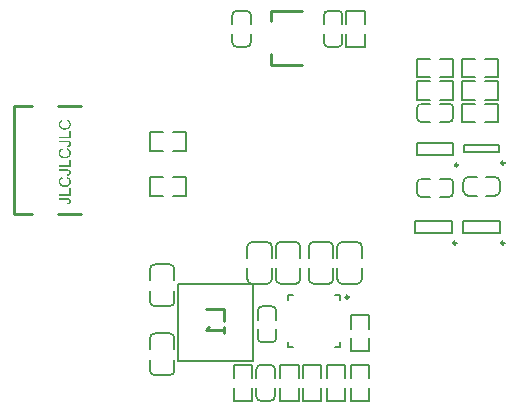
<source format=gbr>
G04 Layer_Color=32896*
%FSLAX25Y25*%
%MOIN*%
%TF.FileFunction,Legend,Bot*%
%TF.Part,Single*%
G01*
G75*
%ADD11C,0.01000*%
%ADD30C,0.00787*%
%ADD38C,0.00984*%
G36*
X317810Y388185D02*
X317845Y388175D01*
X317890Y388165D01*
X317940Y388145D01*
X318000Y388120D01*
X318065Y388095D01*
X318140Y388060D01*
X318215Y388025D01*
X318295Y387980D01*
X318370Y387935D01*
X318450Y387880D01*
X318530Y387825D01*
X318605Y387760D01*
X318675Y387690D01*
X318740Y387615D01*
X318745Y387610D01*
X318755Y387595D01*
X318770Y387575D01*
X318790Y387540D01*
X318815Y387500D01*
X318845Y387450D01*
X318870Y387395D01*
X318900Y387335D01*
X318935Y387260D01*
X318960Y387185D01*
X318990Y387100D01*
X319015Y387010D01*
X319035Y386915D01*
X319050Y386815D01*
X319060Y386710D01*
X319065Y386600D01*
Y386595D01*
Y386575D01*
Y386540D01*
X319060Y386495D01*
X319055Y386445D01*
X319050Y386380D01*
X319045Y386315D01*
X319035Y386240D01*
X319005Y386080D01*
X318960Y385910D01*
X318930Y385825D01*
X318895Y385740D01*
X318860Y385660D01*
X318815Y385585D01*
X318810Y385580D01*
X318805Y385570D01*
X318790Y385550D01*
X318765Y385520D01*
X318740Y385490D01*
X318710Y385450D01*
X318670Y385410D01*
X318625Y385365D01*
X318580Y385315D01*
X318525Y385270D01*
X318465Y385220D01*
X318395Y385170D01*
X318325Y385120D01*
X318250Y385075D01*
X318165Y385030D01*
X318080Y384990D01*
X318075D01*
X318060Y384980D01*
X318030Y384970D01*
X317995Y384960D01*
X317950Y384945D01*
X317900Y384925D01*
X317840Y384910D01*
X317770Y384890D01*
X317695Y384870D01*
X317615Y384855D01*
X317530Y384835D01*
X317445Y384820D01*
X317250Y384800D01*
X317050Y384790D01*
X316990D01*
X316950Y384795D01*
X316895D01*
X316835Y384800D01*
X316770Y384810D01*
X316695Y384820D01*
X316615Y384830D01*
X316530Y384845D01*
X316355Y384885D01*
X316180Y384940D01*
X316090Y384975D01*
X316005Y385015D01*
X316000Y385020D01*
X315985Y385025D01*
X315960Y385040D01*
X315930Y385060D01*
X315895Y385080D01*
X315850Y385110D01*
X315805Y385145D01*
X315750Y385185D01*
X315640Y385275D01*
X315530Y385390D01*
X315420Y385520D01*
X315370Y385595D01*
X315325Y385670D01*
X315320Y385675D01*
X315315Y385690D01*
X315305Y385715D01*
X315290Y385745D01*
X315270Y385785D01*
X315250Y385830D01*
X315230Y385885D01*
X315205Y385945D01*
X315185Y386015D01*
X315165Y386085D01*
X315125Y386245D01*
X315100Y386420D01*
X315090Y386510D01*
Y386605D01*
Y386610D01*
Y386630D01*
Y386660D01*
X315095Y386700D01*
X315100Y386750D01*
X315105Y386810D01*
X315115Y386875D01*
X315125Y386945D01*
X315160Y387095D01*
X315185Y387175D01*
X315215Y387260D01*
X315250Y387340D01*
X315285Y387420D01*
X315335Y387500D01*
X315385Y387575D01*
X315390Y387580D01*
X315400Y387590D01*
X315415Y387615D01*
X315440Y387640D01*
X315470Y387670D01*
X315505Y387710D01*
X315550Y387750D01*
X315600Y387795D01*
X315655Y387840D01*
X315715Y387885D01*
X315785Y387930D01*
X315855Y387975D01*
X315935Y388020D01*
X316020Y388060D01*
X316115Y388100D01*
X316210Y388130D01*
X316330Y387630D01*
X316325D01*
X316310Y387625D01*
X316290Y387615D01*
X316260Y387605D01*
X316225Y387590D01*
X316185Y387575D01*
X316095Y387530D01*
X315995Y387475D01*
X315895Y387410D01*
X315800Y387330D01*
X315760Y387285D01*
X315720Y387240D01*
Y387235D01*
X315710Y387230D01*
X315700Y387215D01*
X315690Y387195D01*
X315675Y387170D01*
X315660Y387140D01*
X315620Y387065D01*
X315585Y386970D01*
X315555Y386860D01*
X315535Y386735D01*
X315525Y386595D01*
Y386590D01*
Y386575D01*
Y386550D01*
X315530Y386520D01*
Y386485D01*
X315535Y386440D01*
X315545Y386390D01*
X315550Y386335D01*
X315575Y386220D01*
X315615Y386095D01*
X315670Y385970D01*
X315700Y385910D01*
X315740Y385850D01*
Y385845D01*
X315750Y385835D01*
X315760Y385820D01*
X315780Y385800D01*
X315825Y385750D01*
X315890Y385690D01*
X315970Y385620D01*
X316070Y385550D01*
X316180Y385485D01*
X316310Y385435D01*
X316315D01*
X316325Y385430D01*
X316345Y385425D01*
X316370Y385415D01*
X316405Y385405D01*
X316445Y385395D01*
X316490Y385385D01*
X316535Y385375D01*
X316650Y385355D01*
X316775Y385335D01*
X316910Y385320D01*
X317050Y385315D01*
X317130D01*
X317175Y385320D01*
X317225Y385325D01*
X317280D01*
X317340Y385335D01*
X317475Y385350D01*
X317615Y385375D01*
X317765Y385410D01*
X317905Y385455D01*
X317910D01*
X317920Y385460D01*
X317940Y385470D01*
X317965Y385485D01*
X317995Y385500D01*
X318030Y385515D01*
X318110Y385565D01*
X318200Y385630D01*
X318290Y385705D01*
X318375Y385795D01*
X318450Y385900D01*
Y385905D01*
X318460Y385915D01*
X318465Y385930D01*
X318480Y385955D01*
X318490Y385980D01*
X318505Y386015D01*
X318540Y386095D01*
X318575Y386195D01*
X318600Y386305D01*
X318620Y386425D01*
X318630Y386555D01*
Y386560D01*
Y386575D01*
Y386595D01*
X318625Y386625D01*
X318620Y386665D01*
X318615Y386705D01*
X318610Y386755D01*
X318600Y386805D01*
X318570Y386920D01*
X318525Y387040D01*
X318500Y387105D01*
X318465Y387165D01*
X318430Y387225D01*
X318385Y387280D01*
X318380Y387285D01*
X318375Y387295D01*
X318360Y387310D01*
X318340Y387330D01*
X318315Y387350D01*
X318280Y387380D01*
X318245Y387410D01*
X318200Y387440D01*
X318155Y387475D01*
X318100Y387510D01*
X318040Y387540D01*
X317975Y387575D01*
X317900Y387605D01*
X317825Y387635D01*
X317745Y387660D01*
X317655Y387685D01*
X317785Y388195D01*
X317790D01*
X317810Y388185D01*
D02*
G37*
G36*
X317895Y390670D02*
X317940D01*
X317995Y390665D01*
X318050Y390660D01*
X318170Y390645D01*
X318295Y390625D01*
X318415Y390595D01*
X318475Y390575D01*
X318525Y390555D01*
X318530D01*
X318535Y390550D01*
X318550Y390545D01*
X318570Y390535D01*
X318615Y390505D01*
X318675Y390465D01*
X318740Y390415D01*
X318805Y390350D01*
X318870Y390275D01*
X318930Y390185D01*
Y390180D01*
X318935Y390175D01*
X318940Y390160D01*
X318950Y390140D01*
X318975Y390090D01*
X318995Y390015D01*
X319020Y389930D01*
X319045Y389830D01*
X319060Y389715D01*
X319065Y389590D01*
Y389585D01*
Y389570D01*
Y389540D01*
X319060Y389505D01*
X319055Y389465D01*
X319050Y389415D01*
X319040Y389360D01*
X319030Y389305D01*
X318995Y389180D01*
X318970Y389115D01*
X318940Y389050D01*
X318910Y388985D01*
X318870Y388925D01*
X318825Y388870D01*
X318775Y388815D01*
X318770Y388810D01*
X318760Y388805D01*
X318745Y388790D01*
X318720Y388775D01*
X318690Y388755D01*
X318655Y388730D01*
X318610Y388705D01*
X318560Y388680D01*
X318500Y388660D01*
X318435Y388635D01*
X318365Y388615D01*
X318290Y388595D01*
X318205Y388580D01*
X318115Y388565D01*
X318020Y388560D01*
X317915D01*
X317850Y389020D01*
X317890D01*
X317920Y389025D01*
X317955Y389030D01*
X317995Y389035D01*
X318090Y389045D01*
X318190Y389065D01*
X318290Y389095D01*
X318380Y389130D01*
X318415Y389155D01*
X318450Y389180D01*
X318455Y389185D01*
X318475Y389210D01*
X318500Y389240D01*
X318530Y389290D01*
X318560Y389345D01*
X318585Y389415D01*
X318605Y389500D01*
X318610Y389590D01*
Y389600D01*
Y389620D01*
X318605Y389660D01*
X318600Y389705D01*
X318590Y389755D01*
X318575Y389810D01*
X318555Y389865D01*
X318525Y389920D01*
X318520Y389925D01*
X318510Y389945D01*
X318490Y389965D01*
X318460Y389995D01*
X318425Y390030D01*
X318385Y390060D01*
X318340Y390090D01*
X318285Y390110D01*
X318280Y390115D01*
X318255Y390120D01*
X318220Y390130D01*
X318170Y390140D01*
X318100Y390150D01*
X318020Y390155D01*
X317920Y390165D01*
X315155D01*
Y390675D01*
X317855D01*
X317895Y390670D01*
D02*
G37*
G36*
Y381120D02*
X317940D01*
X317995Y381115D01*
X318050Y381110D01*
X318170Y381095D01*
X318295Y381075D01*
X318415Y381045D01*
X318475Y381025D01*
X318525Y381005D01*
X318530D01*
X318535Y381000D01*
X318550Y380995D01*
X318570Y380985D01*
X318615Y380955D01*
X318675Y380915D01*
X318740Y380865D01*
X318805Y380800D01*
X318870Y380725D01*
X318930Y380635D01*
Y380630D01*
X318935Y380625D01*
X318940Y380610D01*
X318950Y380590D01*
X318975Y380540D01*
X318995Y380465D01*
X319020Y380380D01*
X319045Y380280D01*
X319060Y380165D01*
X319065Y380040D01*
Y380035D01*
Y380020D01*
Y379990D01*
X319060Y379955D01*
X319055Y379915D01*
X319050Y379865D01*
X319040Y379810D01*
X319030Y379755D01*
X318995Y379630D01*
X318970Y379565D01*
X318940Y379500D01*
X318910Y379435D01*
X318870Y379375D01*
X318825Y379320D01*
X318775Y379265D01*
X318770Y379260D01*
X318760Y379255D01*
X318745Y379240D01*
X318720Y379225D01*
X318690Y379205D01*
X318655Y379180D01*
X318610Y379155D01*
X318560Y379130D01*
X318500Y379110D01*
X318435Y379085D01*
X318365Y379065D01*
X318290Y379045D01*
X318205Y379030D01*
X318115Y379015D01*
X318020Y379010D01*
X317915D01*
X317850Y379470D01*
X317890D01*
X317920Y379475D01*
X317955Y379480D01*
X317995Y379485D01*
X318090Y379495D01*
X318190Y379515D01*
X318290Y379545D01*
X318380Y379580D01*
X318415Y379605D01*
X318450Y379630D01*
X318455Y379635D01*
X318475Y379660D01*
X318500Y379690D01*
X318530Y379740D01*
X318560Y379795D01*
X318585Y379865D01*
X318605Y379950D01*
X318610Y380040D01*
Y380050D01*
Y380070D01*
X318605Y380110D01*
X318600Y380155D01*
X318590Y380205D01*
X318575Y380260D01*
X318555Y380315D01*
X318525Y380370D01*
X318520Y380375D01*
X318510Y380395D01*
X318490Y380415D01*
X318460Y380445D01*
X318425Y380480D01*
X318385Y380510D01*
X318340Y380540D01*
X318285Y380560D01*
X318280Y380565D01*
X318255Y380570D01*
X318220Y380580D01*
X318170Y380590D01*
X318100Y380600D01*
X318020Y380605D01*
X317920Y380615D01*
X315155D01*
Y381125D01*
X317855D01*
X317895Y381120D01*
D02*
G37*
G36*
X319000Y381935D02*
X315155D01*
Y382445D01*
X318545D01*
Y384335D01*
X319000D01*
Y381935D01*
D02*
G37*
G36*
Y391485D02*
X315155D01*
Y391995D01*
X318545D01*
Y393885D01*
X319000D01*
Y391485D01*
D02*
G37*
G36*
Y401035D02*
X315155D01*
Y401545D01*
X318545D01*
Y403435D01*
X319000D01*
Y401035D01*
D02*
G37*
G36*
X317810Y407285D02*
X317845Y407275D01*
X317890Y407265D01*
X317940Y407245D01*
X318000Y407220D01*
X318065Y407195D01*
X318140Y407160D01*
X318215Y407125D01*
X318295Y407080D01*
X318370Y407035D01*
X318450Y406980D01*
X318530Y406925D01*
X318605Y406860D01*
X318675Y406790D01*
X318740Y406715D01*
X318745Y406710D01*
X318755Y406695D01*
X318770Y406675D01*
X318790Y406640D01*
X318815Y406600D01*
X318845Y406550D01*
X318870Y406495D01*
X318900Y406435D01*
X318935Y406360D01*
X318960Y406285D01*
X318990Y406200D01*
X319015Y406110D01*
X319035Y406015D01*
X319050Y405915D01*
X319060Y405810D01*
X319065Y405700D01*
Y405695D01*
Y405675D01*
Y405640D01*
X319060Y405595D01*
X319055Y405545D01*
X319050Y405480D01*
X319045Y405415D01*
X319035Y405340D01*
X319005Y405180D01*
X318960Y405010D01*
X318930Y404925D01*
X318895Y404840D01*
X318860Y404760D01*
X318815Y404685D01*
X318810Y404680D01*
X318805Y404670D01*
X318790Y404650D01*
X318765Y404620D01*
X318740Y404590D01*
X318710Y404550D01*
X318670Y404510D01*
X318625Y404465D01*
X318580Y404415D01*
X318525Y404370D01*
X318465Y404320D01*
X318395Y404270D01*
X318325Y404220D01*
X318250Y404175D01*
X318165Y404130D01*
X318080Y404090D01*
X318075D01*
X318060Y404080D01*
X318030Y404070D01*
X317995Y404060D01*
X317950Y404045D01*
X317900Y404025D01*
X317840Y404010D01*
X317770Y403990D01*
X317695Y403970D01*
X317615Y403955D01*
X317530Y403935D01*
X317445Y403920D01*
X317250Y403900D01*
X317050Y403890D01*
X316990D01*
X316950Y403895D01*
X316895D01*
X316835Y403900D01*
X316770Y403910D01*
X316695Y403920D01*
X316615Y403930D01*
X316530Y403945D01*
X316355Y403985D01*
X316180Y404040D01*
X316090Y404075D01*
X316005Y404115D01*
X316000Y404120D01*
X315985Y404125D01*
X315960Y404140D01*
X315930Y404160D01*
X315895Y404180D01*
X315850Y404210D01*
X315805Y404245D01*
X315750Y404285D01*
X315640Y404375D01*
X315530Y404490D01*
X315420Y404620D01*
X315370Y404695D01*
X315325Y404770D01*
X315320Y404775D01*
X315315Y404790D01*
X315305Y404815D01*
X315290Y404845D01*
X315270Y404885D01*
X315250Y404930D01*
X315230Y404985D01*
X315205Y405045D01*
X315185Y405115D01*
X315165Y405185D01*
X315125Y405345D01*
X315100Y405520D01*
X315090Y405610D01*
Y405705D01*
Y405710D01*
Y405730D01*
Y405760D01*
X315095Y405800D01*
X315100Y405850D01*
X315105Y405910D01*
X315115Y405975D01*
X315125Y406045D01*
X315160Y406195D01*
X315185Y406275D01*
X315215Y406360D01*
X315250Y406440D01*
X315285Y406520D01*
X315335Y406600D01*
X315385Y406675D01*
X315390Y406680D01*
X315400Y406690D01*
X315415Y406715D01*
X315440Y406740D01*
X315470Y406770D01*
X315505Y406810D01*
X315550Y406850D01*
X315600Y406895D01*
X315655Y406940D01*
X315715Y406985D01*
X315785Y407030D01*
X315855Y407075D01*
X315935Y407120D01*
X316020Y407160D01*
X316115Y407200D01*
X316210Y407230D01*
X316330Y406730D01*
X316325D01*
X316310Y406725D01*
X316290Y406715D01*
X316260Y406705D01*
X316225Y406690D01*
X316185Y406675D01*
X316095Y406630D01*
X315995Y406575D01*
X315895Y406510D01*
X315800Y406430D01*
X315760Y406385D01*
X315720Y406340D01*
Y406335D01*
X315710Y406330D01*
X315700Y406315D01*
X315690Y406295D01*
X315675Y406270D01*
X315660Y406240D01*
X315620Y406165D01*
X315585Y406070D01*
X315555Y405960D01*
X315535Y405835D01*
X315525Y405695D01*
Y405690D01*
Y405675D01*
Y405650D01*
X315530Y405620D01*
Y405585D01*
X315535Y405540D01*
X315545Y405490D01*
X315550Y405435D01*
X315575Y405320D01*
X315615Y405195D01*
X315670Y405070D01*
X315700Y405010D01*
X315740Y404950D01*
Y404945D01*
X315750Y404935D01*
X315760Y404920D01*
X315780Y404900D01*
X315825Y404850D01*
X315890Y404790D01*
X315970Y404720D01*
X316070Y404650D01*
X316180Y404585D01*
X316310Y404535D01*
X316315D01*
X316325Y404530D01*
X316345Y404525D01*
X316370Y404515D01*
X316405Y404505D01*
X316445Y404495D01*
X316490Y404485D01*
X316535Y404475D01*
X316650Y404455D01*
X316775Y404435D01*
X316910Y404420D01*
X317050Y404415D01*
X317130D01*
X317175Y404420D01*
X317225Y404425D01*
X317280D01*
X317340Y404435D01*
X317475Y404450D01*
X317615Y404475D01*
X317765Y404510D01*
X317905Y404555D01*
X317910D01*
X317920Y404560D01*
X317940Y404570D01*
X317965Y404585D01*
X317995Y404600D01*
X318030Y404615D01*
X318110Y404665D01*
X318200Y404730D01*
X318290Y404805D01*
X318375Y404895D01*
X318450Y405000D01*
Y405005D01*
X318460Y405015D01*
X318465Y405030D01*
X318480Y405055D01*
X318490Y405080D01*
X318505Y405115D01*
X318540Y405195D01*
X318575Y405295D01*
X318600Y405405D01*
X318620Y405525D01*
X318630Y405655D01*
Y405660D01*
Y405675D01*
Y405695D01*
X318625Y405725D01*
X318620Y405765D01*
X318615Y405805D01*
X318610Y405855D01*
X318600Y405905D01*
X318570Y406020D01*
X318525Y406140D01*
X318500Y406205D01*
X318465Y406265D01*
X318430Y406325D01*
X318385Y406380D01*
X318380Y406385D01*
X318375Y406395D01*
X318360Y406410D01*
X318340Y406430D01*
X318315Y406450D01*
X318280Y406480D01*
X318245Y406510D01*
X318200Y406540D01*
X318155Y406575D01*
X318100Y406610D01*
X318040Y406640D01*
X317975Y406675D01*
X317900Y406705D01*
X317825Y406735D01*
X317745Y406760D01*
X317655Y406785D01*
X317785Y407295D01*
X317790D01*
X317810Y407285D01*
D02*
G37*
G36*
Y397735D02*
X317845Y397725D01*
X317890Y397715D01*
X317940Y397695D01*
X318000Y397670D01*
X318065Y397645D01*
X318140Y397610D01*
X318215Y397575D01*
X318295Y397530D01*
X318370Y397485D01*
X318450Y397430D01*
X318530Y397375D01*
X318605Y397310D01*
X318675Y397240D01*
X318740Y397165D01*
X318745Y397160D01*
X318755Y397145D01*
X318770Y397125D01*
X318790Y397090D01*
X318815Y397050D01*
X318845Y397000D01*
X318870Y396945D01*
X318900Y396885D01*
X318935Y396810D01*
X318960Y396735D01*
X318990Y396650D01*
X319015Y396560D01*
X319035Y396465D01*
X319050Y396365D01*
X319060Y396260D01*
X319065Y396150D01*
Y396145D01*
Y396125D01*
Y396090D01*
X319060Y396045D01*
X319055Y395995D01*
X319050Y395930D01*
X319045Y395865D01*
X319035Y395790D01*
X319005Y395630D01*
X318960Y395460D01*
X318930Y395375D01*
X318895Y395290D01*
X318860Y395210D01*
X318815Y395135D01*
X318810Y395130D01*
X318805Y395120D01*
X318790Y395100D01*
X318765Y395070D01*
X318740Y395040D01*
X318710Y395000D01*
X318670Y394960D01*
X318625Y394915D01*
X318580Y394865D01*
X318525Y394820D01*
X318465Y394770D01*
X318395Y394720D01*
X318325Y394670D01*
X318250Y394625D01*
X318165Y394580D01*
X318080Y394540D01*
X318075D01*
X318060Y394530D01*
X318030Y394520D01*
X317995Y394510D01*
X317950Y394495D01*
X317900Y394475D01*
X317840Y394460D01*
X317770Y394440D01*
X317695Y394420D01*
X317615Y394405D01*
X317530Y394385D01*
X317445Y394370D01*
X317250Y394350D01*
X317050Y394340D01*
X316990D01*
X316950Y394345D01*
X316895D01*
X316835Y394350D01*
X316770Y394360D01*
X316695Y394370D01*
X316615Y394380D01*
X316530Y394395D01*
X316355Y394435D01*
X316180Y394490D01*
X316090Y394525D01*
X316005Y394565D01*
X316000Y394570D01*
X315985Y394575D01*
X315960Y394590D01*
X315930Y394610D01*
X315895Y394630D01*
X315850Y394660D01*
X315805Y394695D01*
X315750Y394735D01*
X315640Y394825D01*
X315530Y394940D01*
X315420Y395070D01*
X315370Y395145D01*
X315325Y395220D01*
X315320Y395225D01*
X315315Y395240D01*
X315305Y395265D01*
X315290Y395295D01*
X315270Y395335D01*
X315250Y395380D01*
X315230Y395435D01*
X315205Y395495D01*
X315185Y395565D01*
X315165Y395635D01*
X315125Y395795D01*
X315100Y395970D01*
X315090Y396060D01*
Y396155D01*
Y396160D01*
Y396180D01*
Y396210D01*
X315095Y396250D01*
X315100Y396300D01*
X315105Y396360D01*
X315115Y396425D01*
X315125Y396495D01*
X315160Y396645D01*
X315185Y396725D01*
X315215Y396810D01*
X315250Y396890D01*
X315285Y396970D01*
X315335Y397050D01*
X315385Y397125D01*
X315390Y397130D01*
X315400Y397140D01*
X315415Y397165D01*
X315440Y397190D01*
X315470Y397220D01*
X315505Y397260D01*
X315550Y397300D01*
X315600Y397345D01*
X315655Y397390D01*
X315715Y397435D01*
X315785Y397480D01*
X315855Y397525D01*
X315935Y397570D01*
X316020Y397610D01*
X316115Y397650D01*
X316210Y397680D01*
X316330Y397180D01*
X316325D01*
X316310Y397175D01*
X316290Y397165D01*
X316260Y397155D01*
X316225Y397140D01*
X316185Y397125D01*
X316095Y397080D01*
X315995Y397025D01*
X315895Y396960D01*
X315800Y396880D01*
X315760Y396835D01*
X315720Y396790D01*
Y396785D01*
X315710Y396780D01*
X315700Y396765D01*
X315690Y396745D01*
X315675Y396720D01*
X315660Y396690D01*
X315620Y396615D01*
X315585Y396520D01*
X315555Y396410D01*
X315535Y396285D01*
X315525Y396145D01*
Y396140D01*
Y396125D01*
Y396100D01*
X315530Y396070D01*
Y396035D01*
X315535Y395990D01*
X315545Y395940D01*
X315550Y395885D01*
X315575Y395770D01*
X315615Y395645D01*
X315670Y395520D01*
X315700Y395460D01*
X315740Y395400D01*
Y395395D01*
X315750Y395385D01*
X315760Y395370D01*
X315780Y395350D01*
X315825Y395300D01*
X315890Y395240D01*
X315970Y395170D01*
X316070Y395100D01*
X316180Y395035D01*
X316310Y394985D01*
X316315D01*
X316325Y394980D01*
X316345Y394975D01*
X316370Y394965D01*
X316405Y394955D01*
X316445Y394945D01*
X316490Y394935D01*
X316535Y394925D01*
X316650Y394905D01*
X316775Y394885D01*
X316910Y394870D01*
X317050Y394865D01*
X317130D01*
X317175Y394870D01*
X317225Y394875D01*
X317280D01*
X317340Y394885D01*
X317475Y394900D01*
X317615Y394925D01*
X317765Y394960D01*
X317905Y395005D01*
X317910D01*
X317920Y395010D01*
X317940Y395020D01*
X317965Y395035D01*
X317995Y395050D01*
X318030Y395065D01*
X318110Y395115D01*
X318200Y395180D01*
X318290Y395255D01*
X318375Y395345D01*
X318450Y395450D01*
Y395455D01*
X318460Y395465D01*
X318465Y395480D01*
X318480Y395505D01*
X318490Y395530D01*
X318505Y395565D01*
X318540Y395645D01*
X318575Y395745D01*
X318600Y395855D01*
X318620Y395975D01*
X318630Y396105D01*
Y396110D01*
Y396125D01*
Y396145D01*
X318625Y396175D01*
X318620Y396215D01*
X318615Y396255D01*
X318610Y396305D01*
X318600Y396355D01*
X318570Y396470D01*
X318525Y396590D01*
X318500Y396655D01*
X318465Y396715D01*
X318430Y396775D01*
X318385Y396830D01*
X318380Y396835D01*
X318375Y396845D01*
X318360Y396860D01*
X318340Y396880D01*
X318315Y396900D01*
X318280Y396930D01*
X318245Y396960D01*
X318200Y396990D01*
X318155Y397025D01*
X318100Y397060D01*
X318040Y397090D01*
X317975Y397125D01*
X317900Y397155D01*
X317825Y397185D01*
X317745Y397210D01*
X317655Y397235D01*
X317785Y397745D01*
X317790D01*
X317810Y397735D01*
D02*
G37*
G36*
X317895Y400220D02*
X317940D01*
X317995Y400215D01*
X318050Y400210D01*
X318170Y400195D01*
X318295Y400175D01*
X318415Y400145D01*
X318475Y400125D01*
X318525Y400105D01*
X318530D01*
X318535Y400100D01*
X318550Y400095D01*
X318570Y400085D01*
X318615Y400055D01*
X318675Y400015D01*
X318740Y399965D01*
X318805Y399900D01*
X318870Y399825D01*
X318930Y399735D01*
Y399730D01*
X318935Y399725D01*
X318940Y399710D01*
X318950Y399690D01*
X318975Y399640D01*
X318995Y399565D01*
X319020Y399480D01*
X319045Y399380D01*
X319060Y399265D01*
X319065Y399140D01*
Y399135D01*
Y399120D01*
Y399090D01*
X319060Y399055D01*
X319055Y399015D01*
X319050Y398965D01*
X319040Y398910D01*
X319030Y398855D01*
X318995Y398730D01*
X318970Y398665D01*
X318940Y398600D01*
X318910Y398535D01*
X318870Y398475D01*
X318825Y398420D01*
X318775Y398365D01*
X318770Y398360D01*
X318760Y398355D01*
X318745Y398340D01*
X318720Y398325D01*
X318690Y398305D01*
X318655Y398280D01*
X318610Y398255D01*
X318560Y398230D01*
X318500Y398210D01*
X318435Y398185D01*
X318365Y398165D01*
X318290Y398145D01*
X318205Y398130D01*
X318115Y398115D01*
X318020Y398110D01*
X317915D01*
X317850Y398570D01*
X317890D01*
X317920Y398575D01*
X317955Y398580D01*
X317995Y398585D01*
X318090Y398595D01*
X318190Y398615D01*
X318290Y398645D01*
X318380Y398680D01*
X318415Y398705D01*
X318450Y398730D01*
X318455Y398735D01*
X318475Y398760D01*
X318500Y398790D01*
X318530Y398840D01*
X318560Y398895D01*
X318585Y398965D01*
X318605Y399050D01*
X318610Y399140D01*
Y399150D01*
Y399170D01*
X318605Y399210D01*
X318600Y399255D01*
X318590Y399305D01*
X318575Y399360D01*
X318555Y399415D01*
X318525Y399470D01*
X318520Y399475D01*
X318510Y399495D01*
X318490Y399515D01*
X318460Y399545D01*
X318425Y399580D01*
X318385Y399610D01*
X318340Y399640D01*
X318285Y399660D01*
X318280Y399665D01*
X318255Y399670D01*
X318220Y399680D01*
X318170Y399690D01*
X318100Y399700D01*
X318020Y399705D01*
X317920Y399715D01*
X315155D01*
Y400225D01*
X317855D01*
X317895Y400220D01*
D02*
G37*
D11*
X314869Y375701D02*
X322335D01*
X300078Y411701D02*
X306272D01*
X300078Y375701D02*
Y411701D01*
Y375701D02*
X306272D01*
X314869Y411701D02*
X322335D01*
X385795Y425445D02*
Y428988D01*
Y425445D02*
X396031D01*
X385795Y440012D02*
Y443555D01*
X396031D01*
X364002Y344000D02*
X370000D01*
Y340001D01*
Y338002D02*
Y336003D01*
Y337002D01*
X364002D01*
X365002Y338002D01*
D30*
X460468Y381890D02*
G03*
X462043Y383465I-0J1575D01*
G01*
X462043Y386535D02*
G03*
X460468Y388110I-1575J0D01*
G01*
X451532Y388110D02*
G03*
X449957Y386535I0J-1575D01*
G01*
Y383465D02*
G03*
X451532Y381890I1575J0D01*
G01*
X444969Y406390D02*
G03*
X446543Y407965I-0J1575D01*
G01*
X446543Y411035D02*
G03*
X444969Y412610I-1575J0D01*
G01*
X436031Y412610D02*
G03*
X434457Y411035I0J-1575D01*
G01*
Y407965D02*
G03*
X436031Y406390I1575J0D01*
G01*
X444969Y381390D02*
G03*
X446543Y382965I-0J1575D01*
G01*
X446543Y386035D02*
G03*
X444969Y387610I-1575J0D01*
G01*
X436031Y387610D02*
G03*
X434457Y386035I0J-1575D01*
G01*
Y382965D02*
G03*
X436031Y381390I1575J0D01*
G01*
X403390Y433032D02*
G03*
X404965Y431457I1575J0D01*
G01*
X408035Y431457D02*
G03*
X409610Y433032I0J1575D01*
G01*
X409610Y441968D02*
G03*
X408035Y443543I-1575J-0D01*
G01*
X404965D02*
G03*
X403390Y441968I0J-1575D01*
G01*
X372890Y433032D02*
G03*
X374465Y431457I1575J0D01*
G01*
X377535Y431457D02*
G03*
X379110Y433032I0J1575D01*
G01*
X379110Y441968D02*
G03*
X377535Y443543I-1575J-0D01*
G01*
X374465D02*
G03*
X372890Y441968I0J-1575D01*
G01*
X406575Y364894D02*
G03*
X405000Y366469I-1575J-0D01*
G01*
X400000Y366469D02*
G03*
X398425Y364894I0J-1575D01*
G01*
X398425Y354106D02*
G03*
X400000Y352532I1575J0D01*
G01*
X405000Y352532D02*
G03*
X406575Y354106I0J1575D01*
G01*
X407925Y354106D02*
G03*
X409500Y352532I1575J0D01*
G01*
X414500Y352532D02*
G03*
X416075Y354106I0J1575D01*
G01*
X416075Y364894D02*
G03*
X414500Y366469I-1575J0D01*
G01*
X409500Y366469D02*
G03*
X407925Y364894I0J-1575D01*
G01*
X377925Y354106D02*
G03*
X379500Y352532I1575J0D01*
G01*
X384500Y352532D02*
G03*
X386075Y354106I0J1575D01*
G01*
X386075Y364894D02*
G03*
X384500Y366469I-1575J0D01*
G01*
X379500Y366469D02*
G03*
X377925Y364894I0J-1575D01*
G01*
X387425Y354106D02*
G03*
X389000Y352532I1575J0D01*
G01*
X394000Y352532D02*
G03*
X395575Y354106I0J1575D01*
G01*
X395575Y364894D02*
G03*
X394000Y366469I-1575J0D01*
G01*
X389000Y366469D02*
G03*
X387425Y364894I0J-1575D01*
G01*
X353575Y334394D02*
G03*
X352000Y335968I-1575J-0D01*
G01*
X347000Y335968D02*
G03*
X345425Y334394I0J-1575D01*
G01*
X345425Y323606D02*
G03*
X347000Y322031I1575J0D01*
G01*
X352000Y322031D02*
G03*
X353575Y323606I0J1575D01*
G01*
X345425Y346606D02*
G03*
X347000Y345031I1575J0D01*
G01*
X352000Y345031D02*
G03*
X353575Y346606I0J1575D01*
G01*
X353575Y357394D02*
G03*
X352000Y358968I-1575J0D01*
G01*
X347000Y358968D02*
G03*
X345425Y357394I0J-1575D01*
G01*
X387110Y323969D02*
G03*
X385535Y325543I-1575J-0D01*
G01*
X382465Y325543D02*
G03*
X380890Y323969I0J-1575D01*
G01*
X380890Y315032D02*
G03*
X382465Y313457I1575J0D01*
G01*
X385535D02*
G03*
X387110Y315032I0J1575D01*
G01*
X381390Y334531D02*
G03*
X382965Y332957I1575J0D01*
G01*
X386035Y332957D02*
G03*
X387610Y334531I0J1575D01*
G01*
X387610Y343468D02*
G03*
X386035Y345043I-1575J-0D01*
G01*
X382965D02*
G03*
X381390Y343468I0J-1575D01*
G01*
X417110Y431457D02*
Y435925D01*
X410890Y443543D02*
X417110D01*
X410890Y431457D02*
X417110D01*
Y439075D02*
Y443543D01*
X410890Y431457D02*
Y435925D01*
Y439075D02*
Y443543D01*
X457075Y427610D02*
X461543D01*
X449457Y421390D02*
Y427610D01*
X461543Y421390D02*
Y427610D01*
X449457D02*
X453925D01*
X457075Y421390D02*
X461543D01*
X449457D02*
X453925D01*
X462102Y369531D02*
Y373468D01*
X449898Y369531D02*
Y373468D01*
Y369531D02*
X462102D01*
X449898Y373468D02*
X462102D01*
X457075Y412610D02*
X461543D01*
X449457Y406390D02*
Y412610D01*
X461543Y406390D02*
Y412610D01*
X449457D02*
X453925D01*
X457075Y406390D02*
X461543D01*
X449457D02*
X453925D01*
X451532Y381890D02*
X454425D01*
X462043Y383465D02*
Y386535D01*
X449957Y383465D02*
Y386535D01*
X457575Y381890D02*
X460468D01*
X457575Y388110D02*
X460468D01*
X451532Y388110D02*
X454425D01*
X449457Y413890D02*
X453925D01*
X461543D02*
Y420110D01*
X449457Y413890D02*
Y420110D01*
X457075Y413890D02*
X461543D01*
X449457Y420110D02*
X453925D01*
X457075D02*
X461543D01*
X450095Y398681D02*
X461905D01*
X450095Y396319D02*
X461905D01*
X450095D02*
Y398681D01*
X461905Y396319D02*
Y398681D01*
X434457Y413890D02*
X438925D01*
X446543D02*
Y420110D01*
X434457Y413890D02*
Y420110D01*
X442075Y413890D02*
X446543D01*
X434457Y420110D02*
X438925D01*
X442075D02*
X446543D01*
X442075Y427610D02*
X446543D01*
X434457Y421390D02*
Y427610D01*
X446543Y421390D02*
Y427610D01*
X434457D02*
X438925D01*
X442075Y421390D02*
X446543D01*
X434457D02*
X438925D01*
X436031Y406390D02*
X438925D01*
X446543Y407965D02*
Y411035D01*
X434457Y407965D02*
Y411035D01*
X442075Y406390D02*
X444969D01*
X442075Y412610D02*
X444969D01*
X436031Y412610D02*
X438925D01*
X436031Y381390D02*
X438925D01*
X446543Y382965D02*
Y386035D01*
X434457Y382965D02*
Y386035D01*
X442075Y381390D02*
X444969D01*
X442075Y387610D02*
X444969D01*
X436031Y387610D02*
X438925D01*
X446102Y369531D02*
Y373468D01*
X433898Y369531D02*
Y373468D01*
Y369531D02*
X446102D01*
X433898Y373468D02*
X446102D01*
X446602Y395532D02*
Y399468D01*
X434398Y395532D02*
Y399468D01*
Y395532D02*
X446602D01*
X434398Y399468D02*
X446602D01*
X403390Y439075D02*
Y441968D01*
X404965Y431457D02*
X408035D01*
X404965Y443543D02*
X408035D01*
X403390Y433032D02*
Y435925D01*
X409610Y433032D02*
Y435925D01*
X409610Y439075D02*
Y441968D01*
X372890Y439075D02*
Y441968D01*
X374465Y431457D02*
X377535D01*
X374465Y443543D02*
X377535D01*
X372890Y433032D02*
Y435925D01*
X379110Y433032D02*
Y435925D01*
X379110Y439075D02*
Y441968D01*
X418610Y329957D02*
Y334425D01*
X412390Y342043D02*
X418610D01*
X412390Y329957D02*
X418610D01*
Y337575D02*
Y342043D01*
X412390Y329957D02*
Y334425D01*
Y337575D02*
Y342043D01*
X402610Y313457D02*
Y317925D01*
X396390Y325543D02*
X402610D01*
X396390Y313457D02*
X402610D01*
Y321075D02*
Y325543D01*
X396390Y313457D02*
Y317925D01*
Y321075D02*
Y325543D01*
X395110Y313457D02*
Y317925D01*
X388890Y325543D02*
X395110D01*
X388890Y313457D02*
X395110D01*
Y321075D02*
Y325543D01*
X388890Y313457D02*
Y317925D01*
Y321075D02*
Y325543D01*
X410610Y313457D02*
Y317925D01*
X404390Y325543D02*
X410610D01*
X404390Y313457D02*
X410610D01*
Y321075D02*
Y325543D01*
X404390Y313457D02*
Y317925D01*
Y321075D02*
Y325543D01*
X418610Y313457D02*
Y317925D01*
X412390Y325543D02*
X418610D01*
X412390Y313457D02*
X418610D01*
Y321075D02*
Y325543D01*
X412390Y313457D02*
Y317925D01*
Y321075D02*
Y325543D01*
X406575Y354106D02*
Y357728D01*
Y361272D02*
Y364894D01*
X398425Y361272D02*
Y364894D01*
X400000Y366469D02*
X405000D01*
X398425Y354106D02*
Y357728D01*
X400000Y352532D02*
X405000D01*
X407925Y361272D02*
Y364894D01*
Y354106D02*
Y357728D01*
X416075Y354106D02*
Y357728D01*
X409500Y352532D02*
X414500D01*
X416075Y361272D02*
Y364894D01*
X409500Y366469D02*
X414500D01*
X377925Y361272D02*
Y364894D01*
Y354106D02*
Y357728D01*
X386075Y354106D02*
Y357728D01*
X379500Y352532D02*
X384500D01*
X386075Y361272D02*
Y364894D01*
X379500Y366469D02*
X384500D01*
X387425Y361272D02*
Y364894D01*
Y354106D02*
Y357728D01*
X395575Y354106D02*
Y357728D01*
X389000Y352532D02*
X394000D01*
X395575Y361272D02*
Y364894D01*
X389000Y366469D02*
X394000D01*
X354680Y326687D02*
Y352513D01*
Y326687D02*
X379720D01*
X354680Y352513D02*
X379720D01*
Y326687D02*
Y352513D01*
X353075Y403110D02*
X357543D01*
X345457Y396890D02*
Y403110D01*
X357543Y396890D02*
Y403110D01*
X345457D02*
X349925D01*
X353075Y396890D02*
X357543D01*
X345457D02*
X349925D01*
X353075Y388110D02*
X357543D01*
X345457Y381890D02*
Y388110D01*
X357543Y381890D02*
Y388110D01*
X345457D02*
X349925D01*
X353075Y381890D02*
X357543D01*
X345457D02*
X349925D01*
X353575Y323606D02*
Y327228D01*
Y330772D02*
Y334394D01*
X345425Y330772D02*
Y334394D01*
X347000Y335968D02*
X352000D01*
X345425Y323606D02*
Y327228D01*
X347000Y322031D02*
X352000D01*
X345425Y353772D02*
Y357394D01*
Y346606D02*
Y350228D01*
X353575Y346606D02*
Y350228D01*
X347000Y345031D02*
X352000D01*
X353575Y353772D02*
Y357394D01*
X347000Y358968D02*
X352000D01*
X387110Y315032D02*
Y317925D01*
X382465Y325543D02*
X385535D01*
X382465Y313457D02*
X385535D01*
X387110Y321075D02*
Y323969D01*
X380890Y321075D02*
Y323969D01*
X380890Y315032D02*
Y317925D01*
X373390Y321075D02*
Y325543D01*
Y313457D02*
X379610D01*
X373390Y325543D02*
X379610D01*
X373390Y313457D02*
Y317925D01*
X379610Y321075D02*
Y325543D01*
Y313457D02*
Y317925D01*
X381390Y340575D02*
Y343468D01*
X382965Y332957D02*
X386035D01*
X382965Y345043D02*
X386035D01*
X381390Y334531D02*
Y337425D01*
X387610Y334531D02*
Y337425D01*
X387610Y340575D02*
Y343468D01*
X408661Y346988D02*
Y348661D01*
X406988D02*
X408661D01*
X391339D02*
X393012D01*
X391339Y346988D02*
Y348661D01*
Y331339D02*
Y333012D01*
Y331339D02*
X393012D01*
X408661D02*
Y333012D01*
X406988Y331339D02*
X408661D01*
D38*
X463579Y366087D02*
G03*
X463579Y366087I-492J0D01*
G01*
Y392776D02*
G03*
X463579Y392776I-492J0D01*
G01*
X447579Y366087D02*
G03*
X447579Y366087I-492J0D01*
G01*
X448079Y392087D02*
G03*
X448079Y392087I-492J0D01*
G01*
X411713Y348071D02*
G03*
X411713Y348071I-492J0D01*
G01*
%TF.MD5,05685F8ACAC63B9BC42CFA3CE5DE9A37*%
M02*

</source>
